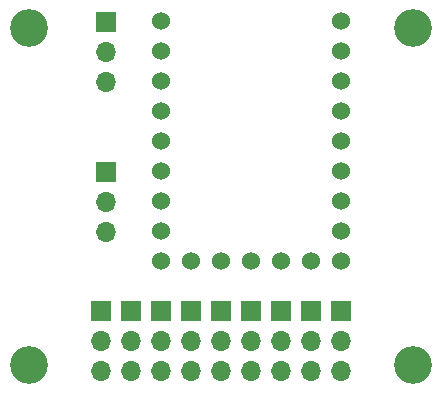
<source format=gts>
G04 #@! TF.GenerationSoftware,KiCad,Pcbnew,(5.1.10)-1*
G04 #@! TF.CreationDate,2022-02-22T13:09:22-08:00*
G04 #@! TF.ProjectId,ros_sync_node,726f735f-7379-46e6-935f-6e6f64652e6b,rev?*
G04 #@! TF.SameCoordinates,Original*
G04 #@! TF.FileFunction,Soldermask,Top*
G04 #@! TF.FilePolarity,Negative*
%FSLAX46Y46*%
G04 Gerber Fmt 4.6, Leading zero omitted, Abs format (unit mm)*
G04 Created by KiCad (PCBNEW (5.1.10)-1) date 2022-02-22 13:09:22*
%MOMM*%
%LPD*%
G01*
G04 APERTURE LIST*
%ADD10C,3.200000*%
%ADD11O,1.700000X1.700000*%
%ADD12R,1.700000X1.700000*%
%ADD13C,1.524000*%
G04 APERTURE END LIST*
D10*
X146500000Y-99500000D03*
X146500000Y-71000000D03*
X179000000Y-99500000D03*
X179000000Y-71000000D03*
D11*
X153000000Y-88300000D03*
X153000000Y-85760000D03*
D12*
X153000000Y-83220000D03*
D11*
X153000000Y-75600000D03*
X153000000Y-73060000D03*
D12*
X153000000Y-70520000D03*
D13*
X172920000Y-75460001D03*
X172920000Y-78000001D03*
X172920000Y-80540001D03*
X172920000Y-83080001D03*
X172920000Y-85620001D03*
X172920000Y-88160001D03*
X172920000Y-90700001D03*
X170380000Y-90700001D03*
X172920000Y-70380001D03*
X172920000Y-72920001D03*
X167840000Y-90700001D03*
X165300000Y-90700001D03*
X162760000Y-90700001D03*
X160220000Y-90700001D03*
X157680000Y-90700001D03*
X157680000Y-88160001D03*
X157680000Y-85620001D03*
X157680000Y-83080001D03*
X157680000Y-80540001D03*
X157680000Y-78000001D03*
X157680000Y-75460001D03*
X157680000Y-72920001D03*
X157680000Y-70380001D03*
D11*
X167840000Y-100000000D03*
X167840000Y-97460000D03*
D12*
X167840000Y-94920000D03*
D11*
X162760000Y-100000000D03*
X162760000Y-97460000D03*
D12*
X162760000Y-94920000D03*
D11*
X157680000Y-100000000D03*
X157680000Y-97460000D03*
D12*
X157680000Y-94920000D03*
D11*
X170380000Y-100000000D03*
X170380000Y-97460000D03*
D12*
X170380000Y-94920000D03*
D11*
X160220000Y-100000000D03*
X160220000Y-97460000D03*
D12*
X160220000Y-94920000D03*
D11*
X155140000Y-100000000D03*
X155140000Y-97460000D03*
D12*
X155140000Y-94920000D03*
D11*
X172920000Y-100000000D03*
X172920000Y-97460000D03*
D12*
X172920000Y-94920000D03*
D11*
X165300000Y-100000000D03*
X165300000Y-97460000D03*
D12*
X165300000Y-94920000D03*
D11*
X152600000Y-100000000D03*
X152600000Y-97460000D03*
D12*
X152600000Y-94920000D03*
M02*

</source>
